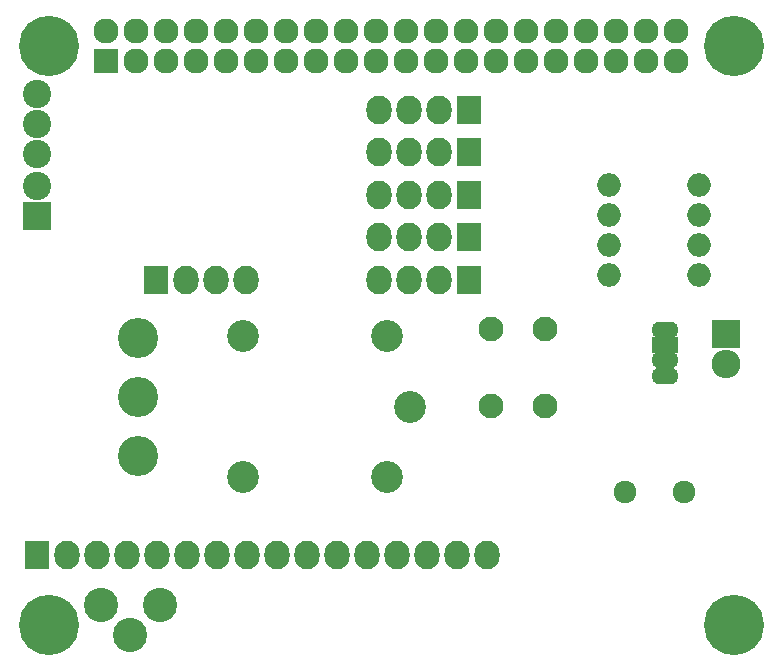
<source format=gbs>
G04 #@! TF.FileFunction,Soldermask,Bot*
%FSLAX46Y46*%
G04 Gerber Fmt 4.6, Leading zero omitted, Abs format (unit mm)*
G04 Created by KiCad (PCBNEW 4.0.4+dfsg1-stable) date Thu Dec 22 13:39:03 2016*
%MOMM*%
%LPD*%
G01*
G04 APERTURE LIST*
%ADD10C,0.100000*%
%ADD11C,3.400000*%
%ADD12R,2.127200X2.127200*%
%ADD13O,2.127200X2.127200*%
%ADD14O,2.305000X1.400000*%
%ADD15R,2.305000X1.400000*%
%ADD16C,5.100000*%
%ADD17R,2.432000X2.432000*%
%ADD18O,2.432000X2.432000*%
%ADD19O,2.000000X2.000000*%
%ADD20R,2.127200X2.432000*%
%ADD21O,2.127200X2.432000*%
%ADD22C,2.400000*%
%ADD23R,2.400000X2.400000*%
%ADD24C,2.700000*%
%ADD25C,2.900000*%
%ADD26C,1.924000*%
%ADD27C,2.100000*%
G04 APERTURE END LIST*
D10*
D11*
X109050000Y-96810000D03*
X109050000Y-101810000D03*
X109050000Y-106810000D03*
D12*
X106370000Y-73370000D03*
D13*
X106370000Y-70830000D03*
X108910000Y-73370000D03*
X108910000Y-70830000D03*
X111450000Y-73370000D03*
X111450000Y-70830000D03*
X113990000Y-73370000D03*
X113990000Y-70830000D03*
X116530000Y-73370000D03*
X116530000Y-70830000D03*
X119070000Y-73370000D03*
X119070000Y-70830000D03*
X121610000Y-73370000D03*
X121610000Y-70830000D03*
X124150000Y-73370000D03*
X124150000Y-70830000D03*
X126690000Y-73370000D03*
X126690000Y-70830000D03*
X129230000Y-73370000D03*
X129230000Y-70830000D03*
X131770000Y-73370000D03*
X131770000Y-70830000D03*
X134310000Y-73370000D03*
X134310000Y-70830000D03*
X136850000Y-73370000D03*
X136850000Y-70830000D03*
X139390000Y-73370000D03*
X139390000Y-70830000D03*
X141930000Y-73370000D03*
X141930000Y-70830000D03*
X144470000Y-73370000D03*
X144470000Y-70830000D03*
X147010000Y-73370000D03*
X147010000Y-70830000D03*
X149550000Y-73370000D03*
X149550000Y-70830000D03*
X152090000Y-73370000D03*
X152090000Y-70830000D03*
X154630000Y-73370000D03*
X154630000Y-70830000D03*
D14*
X153700000Y-96100000D03*
D15*
X153700000Y-97400000D03*
D14*
X153700000Y-98700000D03*
X153700000Y-100000000D03*
D16*
X159500000Y-121100000D03*
X159500000Y-72100000D03*
X101500000Y-72100000D03*
X101500000Y-121100000D03*
D17*
X158800000Y-96500000D03*
D18*
X158800000Y-99040000D03*
D19*
X148970000Y-83860000D03*
X148970000Y-86400000D03*
X148970000Y-88940000D03*
X148970000Y-91480000D03*
X156590000Y-91480000D03*
X156590000Y-88940000D03*
X156590000Y-86400000D03*
X156590000Y-83860000D03*
D20*
X100540000Y-115202000D03*
D21*
X103080000Y-115202000D03*
X105620000Y-115202000D03*
X108160000Y-115202000D03*
X110700000Y-115202000D03*
X113240000Y-115202000D03*
X115780000Y-115202000D03*
X118320000Y-115202000D03*
X120860000Y-115202000D03*
X123400000Y-115202000D03*
X125940000Y-115202000D03*
X128480000Y-115202000D03*
X131020000Y-115202000D03*
X133560000Y-115202000D03*
X136100000Y-115202000D03*
X138640000Y-115202000D03*
D22*
X100540000Y-76140000D03*
X100540000Y-78680000D03*
X100540000Y-81220000D03*
D23*
X100520000Y-86500000D03*
D22*
X100520000Y-83960000D03*
D20*
X110600000Y-91900000D03*
D21*
X113140000Y-91900000D03*
X115680000Y-91900000D03*
X118220000Y-91900000D03*
D20*
X137100000Y-91900000D03*
D21*
X134560000Y-91900000D03*
X132020000Y-91900000D03*
X129480000Y-91900000D03*
D20*
X137100000Y-77500000D03*
D21*
X134560000Y-77500000D03*
X132020000Y-77500000D03*
X129480000Y-77500000D03*
D20*
X137100000Y-88300000D03*
D21*
X134560000Y-88300000D03*
X132020000Y-88300000D03*
X129480000Y-88300000D03*
D20*
X137100000Y-84700000D03*
D21*
X134560000Y-84700000D03*
X132020000Y-84700000D03*
X129480000Y-84700000D03*
D20*
X137100000Y-81100000D03*
D21*
X134560000Y-81100000D03*
X132020000Y-81100000D03*
X129480000Y-81100000D03*
D24*
X117920000Y-96620000D03*
X130120000Y-96620000D03*
X117920000Y-108620000D03*
X130120000Y-108620000D03*
X132120000Y-102620000D03*
D25*
X105890000Y-119420000D03*
X108390000Y-121920000D03*
X110890000Y-119420000D03*
D26*
X150300000Y-109870000D03*
X155300000Y-109870000D03*
D27*
X138980000Y-96060000D03*
X143480000Y-96060000D03*
X138980000Y-102560000D03*
X143480000Y-102560000D03*
M02*

</source>
